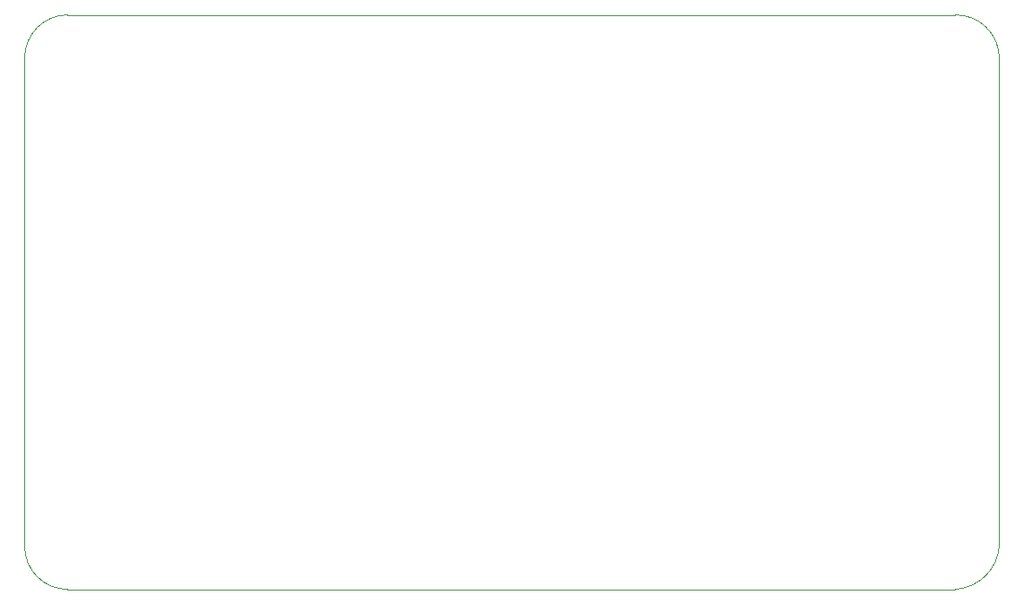
<source format=gbr>
%TF.GenerationSoftware,KiCad,Pcbnew,6.0.1*%
%TF.CreationDate,2022-04-02T05:11:14+02:00*%
%TF.ProjectId,glitcher,676c6974-6368-4657-922e-6b696361645f,4*%
%TF.SameCoordinates,Original*%
%TF.FileFunction,Profile,NP*%
%FSLAX46Y46*%
G04 Gerber Fmt 4.6, Leading zero omitted, Abs format (unit mm)*
G04 Created by KiCad (PCBNEW 6.0.1) date 2022-04-02 05:11:14*
%MOMM*%
%LPD*%
G01*
G04 APERTURE LIST*
%TA.AperFunction,Profile*%
%ADD10C,0.050000*%
%TD*%
G04 APERTURE END LIST*
D10*
X74803000Y-72644000D02*
G75*
G03*
X70739000Y-76708000I0J-4064000D01*
G01*
X162687000Y-122809000D02*
X162687000Y-76708000D01*
X158496000Y-72644000D02*
X74803000Y-72644000D01*
X162686999Y-76708000D02*
G75*
G03*
X158496000Y-72644000I-4099222J-34339D01*
G01*
X158496000Y-126920318D02*
G75*
G03*
X162687000Y-122809000I-221782J4417853D01*
G01*
X70739000Y-122856318D02*
G75*
G03*
X74803000Y-126920318I4064000J0D01*
G01*
X74803000Y-126920318D02*
X158496000Y-126920318D01*
X70739000Y-76708000D02*
X70739000Y-122856318D01*
M02*

</source>
